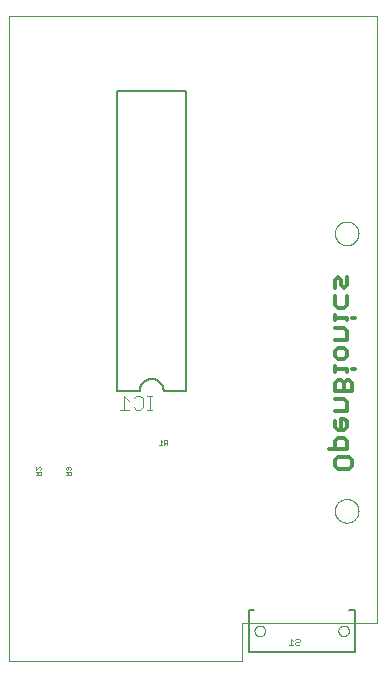
<source format=gbo>
G75*
%MOIN*%
%OFA0B0*%
%FSLAX25Y25*%
%IPPOS*%
%LPD*%
%AMOC8*
5,1,8,0,0,1.08239X$1,22.5*
%
%ADD10C,0.00000*%
%ADD11C,0.01300*%
%ADD12C,0.00100*%
%ADD13C,0.00600*%
%ADD14C,0.00400*%
%ADD15C,0.00800*%
%ADD16C,0.00200*%
D10*
X0002200Y0006014D02*
X0079700Y0006014D01*
X0079700Y0018514D01*
X0124700Y0018514D01*
X0124700Y0221014D01*
X0124651Y0220974D02*
X0002200Y0220974D01*
X0002200Y0006014D01*
X0083952Y0016014D02*
X0083954Y0016098D01*
X0083960Y0016181D01*
X0083970Y0016264D01*
X0083984Y0016347D01*
X0084001Y0016429D01*
X0084023Y0016510D01*
X0084048Y0016589D01*
X0084077Y0016668D01*
X0084110Y0016745D01*
X0084146Y0016820D01*
X0084186Y0016894D01*
X0084229Y0016966D01*
X0084276Y0017035D01*
X0084326Y0017102D01*
X0084379Y0017167D01*
X0084435Y0017229D01*
X0084493Y0017289D01*
X0084555Y0017346D01*
X0084619Y0017399D01*
X0084686Y0017450D01*
X0084755Y0017497D01*
X0084826Y0017542D01*
X0084899Y0017582D01*
X0084974Y0017619D01*
X0085051Y0017653D01*
X0085129Y0017683D01*
X0085208Y0017709D01*
X0085289Y0017732D01*
X0085371Y0017750D01*
X0085453Y0017765D01*
X0085536Y0017776D01*
X0085619Y0017783D01*
X0085703Y0017786D01*
X0085787Y0017785D01*
X0085870Y0017780D01*
X0085954Y0017771D01*
X0086036Y0017758D01*
X0086118Y0017742D01*
X0086199Y0017721D01*
X0086280Y0017697D01*
X0086358Y0017669D01*
X0086436Y0017637D01*
X0086512Y0017601D01*
X0086586Y0017562D01*
X0086658Y0017520D01*
X0086728Y0017474D01*
X0086796Y0017425D01*
X0086861Y0017373D01*
X0086924Y0017318D01*
X0086984Y0017260D01*
X0087042Y0017199D01*
X0087096Y0017135D01*
X0087148Y0017069D01*
X0087196Y0017001D01*
X0087241Y0016930D01*
X0087282Y0016857D01*
X0087321Y0016783D01*
X0087355Y0016707D01*
X0087386Y0016629D01*
X0087413Y0016550D01*
X0087437Y0016469D01*
X0087456Y0016388D01*
X0087472Y0016306D01*
X0087484Y0016223D01*
X0087492Y0016139D01*
X0087496Y0016056D01*
X0087496Y0015972D01*
X0087492Y0015889D01*
X0087484Y0015805D01*
X0087472Y0015722D01*
X0087456Y0015640D01*
X0087437Y0015559D01*
X0087413Y0015478D01*
X0087386Y0015399D01*
X0087355Y0015321D01*
X0087321Y0015245D01*
X0087282Y0015171D01*
X0087241Y0015098D01*
X0087196Y0015027D01*
X0087148Y0014959D01*
X0087096Y0014893D01*
X0087042Y0014829D01*
X0086984Y0014768D01*
X0086924Y0014710D01*
X0086861Y0014655D01*
X0086796Y0014603D01*
X0086728Y0014554D01*
X0086658Y0014508D01*
X0086586Y0014466D01*
X0086512Y0014427D01*
X0086436Y0014391D01*
X0086358Y0014359D01*
X0086280Y0014331D01*
X0086199Y0014307D01*
X0086118Y0014286D01*
X0086036Y0014270D01*
X0085954Y0014257D01*
X0085870Y0014248D01*
X0085787Y0014243D01*
X0085703Y0014242D01*
X0085619Y0014245D01*
X0085536Y0014252D01*
X0085453Y0014263D01*
X0085371Y0014278D01*
X0085289Y0014296D01*
X0085208Y0014319D01*
X0085129Y0014345D01*
X0085051Y0014375D01*
X0084974Y0014409D01*
X0084899Y0014446D01*
X0084826Y0014486D01*
X0084755Y0014531D01*
X0084686Y0014578D01*
X0084619Y0014629D01*
X0084555Y0014682D01*
X0084493Y0014739D01*
X0084435Y0014799D01*
X0084379Y0014861D01*
X0084326Y0014926D01*
X0084276Y0014993D01*
X0084229Y0015062D01*
X0084186Y0015134D01*
X0084146Y0015208D01*
X0084110Y0015283D01*
X0084077Y0015360D01*
X0084048Y0015439D01*
X0084023Y0015518D01*
X0084001Y0015599D01*
X0083984Y0015681D01*
X0083970Y0015764D01*
X0083960Y0015847D01*
X0083954Y0015930D01*
X0083952Y0016014D01*
X0111904Y0016014D02*
X0111906Y0016098D01*
X0111912Y0016181D01*
X0111922Y0016264D01*
X0111936Y0016347D01*
X0111953Y0016429D01*
X0111975Y0016510D01*
X0112000Y0016589D01*
X0112029Y0016668D01*
X0112062Y0016745D01*
X0112098Y0016820D01*
X0112138Y0016894D01*
X0112181Y0016966D01*
X0112228Y0017035D01*
X0112278Y0017102D01*
X0112331Y0017167D01*
X0112387Y0017229D01*
X0112445Y0017289D01*
X0112507Y0017346D01*
X0112571Y0017399D01*
X0112638Y0017450D01*
X0112707Y0017497D01*
X0112778Y0017542D01*
X0112851Y0017582D01*
X0112926Y0017619D01*
X0113003Y0017653D01*
X0113081Y0017683D01*
X0113160Y0017709D01*
X0113241Y0017732D01*
X0113323Y0017750D01*
X0113405Y0017765D01*
X0113488Y0017776D01*
X0113571Y0017783D01*
X0113655Y0017786D01*
X0113739Y0017785D01*
X0113822Y0017780D01*
X0113906Y0017771D01*
X0113988Y0017758D01*
X0114070Y0017742D01*
X0114151Y0017721D01*
X0114232Y0017697D01*
X0114310Y0017669D01*
X0114388Y0017637D01*
X0114464Y0017601D01*
X0114538Y0017562D01*
X0114610Y0017520D01*
X0114680Y0017474D01*
X0114748Y0017425D01*
X0114813Y0017373D01*
X0114876Y0017318D01*
X0114936Y0017260D01*
X0114994Y0017199D01*
X0115048Y0017135D01*
X0115100Y0017069D01*
X0115148Y0017001D01*
X0115193Y0016930D01*
X0115234Y0016857D01*
X0115273Y0016783D01*
X0115307Y0016707D01*
X0115338Y0016629D01*
X0115365Y0016550D01*
X0115389Y0016469D01*
X0115408Y0016388D01*
X0115424Y0016306D01*
X0115436Y0016223D01*
X0115444Y0016139D01*
X0115448Y0016056D01*
X0115448Y0015972D01*
X0115444Y0015889D01*
X0115436Y0015805D01*
X0115424Y0015722D01*
X0115408Y0015640D01*
X0115389Y0015559D01*
X0115365Y0015478D01*
X0115338Y0015399D01*
X0115307Y0015321D01*
X0115273Y0015245D01*
X0115234Y0015171D01*
X0115193Y0015098D01*
X0115148Y0015027D01*
X0115100Y0014959D01*
X0115048Y0014893D01*
X0114994Y0014829D01*
X0114936Y0014768D01*
X0114876Y0014710D01*
X0114813Y0014655D01*
X0114748Y0014603D01*
X0114680Y0014554D01*
X0114610Y0014508D01*
X0114538Y0014466D01*
X0114464Y0014427D01*
X0114388Y0014391D01*
X0114310Y0014359D01*
X0114232Y0014331D01*
X0114151Y0014307D01*
X0114070Y0014286D01*
X0113988Y0014270D01*
X0113906Y0014257D01*
X0113822Y0014248D01*
X0113739Y0014243D01*
X0113655Y0014242D01*
X0113571Y0014245D01*
X0113488Y0014252D01*
X0113405Y0014263D01*
X0113323Y0014278D01*
X0113241Y0014296D01*
X0113160Y0014319D01*
X0113081Y0014345D01*
X0113003Y0014375D01*
X0112926Y0014409D01*
X0112851Y0014446D01*
X0112778Y0014486D01*
X0112707Y0014531D01*
X0112638Y0014578D01*
X0112571Y0014629D01*
X0112507Y0014682D01*
X0112445Y0014739D01*
X0112387Y0014799D01*
X0112331Y0014861D01*
X0112278Y0014926D01*
X0112228Y0014993D01*
X0112181Y0015062D01*
X0112138Y0015134D01*
X0112098Y0015208D01*
X0112062Y0015283D01*
X0112029Y0015360D01*
X0112000Y0015439D01*
X0111975Y0015518D01*
X0111953Y0015599D01*
X0111936Y0015681D01*
X0111922Y0015764D01*
X0111912Y0015847D01*
X0111906Y0015930D01*
X0111904Y0016014D01*
X0110763Y0056014D02*
X0110765Y0056139D01*
X0110771Y0056264D01*
X0110781Y0056388D01*
X0110795Y0056512D01*
X0110812Y0056636D01*
X0110834Y0056759D01*
X0110860Y0056881D01*
X0110889Y0057003D01*
X0110922Y0057123D01*
X0110960Y0057242D01*
X0111000Y0057361D01*
X0111045Y0057477D01*
X0111093Y0057592D01*
X0111145Y0057706D01*
X0111201Y0057818D01*
X0111260Y0057928D01*
X0111322Y0058036D01*
X0111388Y0058143D01*
X0111457Y0058247D01*
X0111530Y0058348D01*
X0111605Y0058448D01*
X0111684Y0058545D01*
X0111766Y0058639D01*
X0111851Y0058731D01*
X0111938Y0058820D01*
X0112029Y0058906D01*
X0112122Y0058989D01*
X0112218Y0059070D01*
X0112316Y0059147D01*
X0112416Y0059221D01*
X0112519Y0059292D01*
X0112624Y0059359D01*
X0112732Y0059424D01*
X0112841Y0059484D01*
X0112952Y0059542D01*
X0113065Y0059595D01*
X0113179Y0059645D01*
X0113295Y0059692D01*
X0113412Y0059734D01*
X0113531Y0059773D01*
X0113651Y0059809D01*
X0113772Y0059840D01*
X0113894Y0059868D01*
X0114016Y0059891D01*
X0114140Y0059911D01*
X0114264Y0059927D01*
X0114388Y0059939D01*
X0114513Y0059947D01*
X0114638Y0059951D01*
X0114762Y0059951D01*
X0114887Y0059947D01*
X0115012Y0059939D01*
X0115136Y0059927D01*
X0115260Y0059911D01*
X0115384Y0059891D01*
X0115506Y0059868D01*
X0115628Y0059840D01*
X0115749Y0059809D01*
X0115869Y0059773D01*
X0115988Y0059734D01*
X0116105Y0059692D01*
X0116221Y0059645D01*
X0116335Y0059595D01*
X0116448Y0059542D01*
X0116559Y0059484D01*
X0116669Y0059424D01*
X0116776Y0059359D01*
X0116881Y0059292D01*
X0116984Y0059221D01*
X0117084Y0059147D01*
X0117182Y0059070D01*
X0117278Y0058989D01*
X0117371Y0058906D01*
X0117462Y0058820D01*
X0117549Y0058731D01*
X0117634Y0058639D01*
X0117716Y0058545D01*
X0117795Y0058448D01*
X0117870Y0058348D01*
X0117943Y0058247D01*
X0118012Y0058143D01*
X0118078Y0058036D01*
X0118140Y0057928D01*
X0118199Y0057818D01*
X0118255Y0057706D01*
X0118307Y0057592D01*
X0118355Y0057477D01*
X0118400Y0057361D01*
X0118440Y0057242D01*
X0118478Y0057123D01*
X0118511Y0057003D01*
X0118540Y0056881D01*
X0118566Y0056759D01*
X0118588Y0056636D01*
X0118605Y0056512D01*
X0118619Y0056388D01*
X0118629Y0056264D01*
X0118635Y0056139D01*
X0118637Y0056014D01*
X0118635Y0055889D01*
X0118629Y0055764D01*
X0118619Y0055640D01*
X0118605Y0055516D01*
X0118588Y0055392D01*
X0118566Y0055269D01*
X0118540Y0055147D01*
X0118511Y0055025D01*
X0118478Y0054905D01*
X0118440Y0054786D01*
X0118400Y0054667D01*
X0118355Y0054551D01*
X0118307Y0054436D01*
X0118255Y0054322D01*
X0118199Y0054210D01*
X0118140Y0054100D01*
X0118078Y0053992D01*
X0118012Y0053885D01*
X0117943Y0053781D01*
X0117870Y0053680D01*
X0117795Y0053580D01*
X0117716Y0053483D01*
X0117634Y0053389D01*
X0117549Y0053297D01*
X0117462Y0053208D01*
X0117371Y0053122D01*
X0117278Y0053039D01*
X0117182Y0052958D01*
X0117084Y0052881D01*
X0116984Y0052807D01*
X0116881Y0052736D01*
X0116776Y0052669D01*
X0116668Y0052604D01*
X0116559Y0052544D01*
X0116448Y0052486D01*
X0116335Y0052433D01*
X0116221Y0052383D01*
X0116105Y0052336D01*
X0115988Y0052294D01*
X0115869Y0052255D01*
X0115749Y0052219D01*
X0115628Y0052188D01*
X0115506Y0052160D01*
X0115384Y0052137D01*
X0115260Y0052117D01*
X0115136Y0052101D01*
X0115012Y0052089D01*
X0114887Y0052081D01*
X0114762Y0052077D01*
X0114638Y0052077D01*
X0114513Y0052081D01*
X0114388Y0052089D01*
X0114264Y0052101D01*
X0114140Y0052117D01*
X0114016Y0052137D01*
X0113894Y0052160D01*
X0113772Y0052188D01*
X0113651Y0052219D01*
X0113531Y0052255D01*
X0113412Y0052294D01*
X0113295Y0052336D01*
X0113179Y0052383D01*
X0113065Y0052433D01*
X0112952Y0052486D01*
X0112841Y0052544D01*
X0112731Y0052604D01*
X0112624Y0052669D01*
X0112519Y0052736D01*
X0112416Y0052807D01*
X0112316Y0052881D01*
X0112218Y0052958D01*
X0112122Y0053039D01*
X0112029Y0053122D01*
X0111938Y0053208D01*
X0111851Y0053297D01*
X0111766Y0053389D01*
X0111684Y0053483D01*
X0111605Y0053580D01*
X0111530Y0053680D01*
X0111457Y0053781D01*
X0111388Y0053885D01*
X0111322Y0053992D01*
X0111260Y0054100D01*
X0111201Y0054210D01*
X0111145Y0054322D01*
X0111093Y0054436D01*
X0111045Y0054551D01*
X0111000Y0054667D01*
X0110960Y0054786D01*
X0110922Y0054905D01*
X0110889Y0055025D01*
X0110860Y0055147D01*
X0110834Y0055269D01*
X0110812Y0055392D01*
X0110795Y0055516D01*
X0110781Y0055640D01*
X0110771Y0055764D01*
X0110765Y0055889D01*
X0110763Y0056014D01*
X0110763Y0148514D02*
X0110765Y0148639D01*
X0110771Y0148764D01*
X0110781Y0148888D01*
X0110795Y0149012D01*
X0110812Y0149136D01*
X0110834Y0149259D01*
X0110860Y0149381D01*
X0110889Y0149503D01*
X0110922Y0149623D01*
X0110960Y0149742D01*
X0111000Y0149861D01*
X0111045Y0149977D01*
X0111093Y0150092D01*
X0111145Y0150206D01*
X0111201Y0150318D01*
X0111260Y0150428D01*
X0111322Y0150536D01*
X0111388Y0150643D01*
X0111457Y0150747D01*
X0111530Y0150848D01*
X0111605Y0150948D01*
X0111684Y0151045D01*
X0111766Y0151139D01*
X0111851Y0151231D01*
X0111938Y0151320D01*
X0112029Y0151406D01*
X0112122Y0151489D01*
X0112218Y0151570D01*
X0112316Y0151647D01*
X0112416Y0151721D01*
X0112519Y0151792D01*
X0112624Y0151859D01*
X0112732Y0151924D01*
X0112841Y0151984D01*
X0112952Y0152042D01*
X0113065Y0152095D01*
X0113179Y0152145D01*
X0113295Y0152192D01*
X0113412Y0152234D01*
X0113531Y0152273D01*
X0113651Y0152309D01*
X0113772Y0152340D01*
X0113894Y0152368D01*
X0114016Y0152391D01*
X0114140Y0152411D01*
X0114264Y0152427D01*
X0114388Y0152439D01*
X0114513Y0152447D01*
X0114638Y0152451D01*
X0114762Y0152451D01*
X0114887Y0152447D01*
X0115012Y0152439D01*
X0115136Y0152427D01*
X0115260Y0152411D01*
X0115384Y0152391D01*
X0115506Y0152368D01*
X0115628Y0152340D01*
X0115749Y0152309D01*
X0115869Y0152273D01*
X0115988Y0152234D01*
X0116105Y0152192D01*
X0116221Y0152145D01*
X0116335Y0152095D01*
X0116448Y0152042D01*
X0116559Y0151984D01*
X0116669Y0151924D01*
X0116776Y0151859D01*
X0116881Y0151792D01*
X0116984Y0151721D01*
X0117084Y0151647D01*
X0117182Y0151570D01*
X0117278Y0151489D01*
X0117371Y0151406D01*
X0117462Y0151320D01*
X0117549Y0151231D01*
X0117634Y0151139D01*
X0117716Y0151045D01*
X0117795Y0150948D01*
X0117870Y0150848D01*
X0117943Y0150747D01*
X0118012Y0150643D01*
X0118078Y0150536D01*
X0118140Y0150428D01*
X0118199Y0150318D01*
X0118255Y0150206D01*
X0118307Y0150092D01*
X0118355Y0149977D01*
X0118400Y0149861D01*
X0118440Y0149742D01*
X0118478Y0149623D01*
X0118511Y0149503D01*
X0118540Y0149381D01*
X0118566Y0149259D01*
X0118588Y0149136D01*
X0118605Y0149012D01*
X0118619Y0148888D01*
X0118629Y0148764D01*
X0118635Y0148639D01*
X0118637Y0148514D01*
X0118635Y0148389D01*
X0118629Y0148264D01*
X0118619Y0148140D01*
X0118605Y0148016D01*
X0118588Y0147892D01*
X0118566Y0147769D01*
X0118540Y0147647D01*
X0118511Y0147525D01*
X0118478Y0147405D01*
X0118440Y0147286D01*
X0118400Y0147167D01*
X0118355Y0147051D01*
X0118307Y0146936D01*
X0118255Y0146822D01*
X0118199Y0146710D01*
X0118140Y0146600D01*
X0118078Y0146492D01*
X0118012Y0146385D01*
X0117943Y0146281D01*
X0117870Y0146180D01*
X0117795Y0146080D01*
X0117716Y0145983D01*
X0117634Y0145889D01*
X0117549Y0145797D01*
X0117462Y0145708D01*
X0117371Y0145622D01*
X0117278Y0145539D01*
X0117182Y0145458D01*
X0117084Y0145381D01*
X0116984Y0145307D01*
X0116881Y0145236D01*
X0116776Y0145169D01*
X0116668Y0145104D01*
X0116559Y0145044D01*
X0116448Y0144986D01*
X0116335Y0144933D01*
X0116221Y0144883D01*
X0116105Y0144836D01*
X0115988Y0144794D01*
X0115869Y0144755D01*
X0115749Y0144719D01*
X0115628Y0144688D01*
X0115506Y0144660D01*
X0115384Y0144637D01*
X0115260Y0144617D01*
X0115136Y0144601D01*
X0115012Y0144589D01*
X0114887Y0144581D01*
X0114762Y0144577D01*
X0114638Y0144577D01*
X0114513Y0144581D01*
X0114388Y0144589D01*
X0114264Y0144601D01*
X0114140Y0144617D01*
X0114016Y0144637D01*
X0113894Y0144660D01*
X0113772Y0144688D01*
X0113651Y0144719D01*
X0113531Y0144755D01*
X0113412Y0144794D01*
X0113295Y0144836D01*
X0113179Y0144883D01*
X0113065Y0144933D01*
X0112952Y0144986D01*
X0112841Y0145044D01*
X0112731Y0145104D01*
X0112624Y0145169D01*
X0112519Y0145236D01*
X0112416Y0145307D01*
X0112316Y0145381D01*
X0112218Y0145458D01*
X0112122Y0145539D01*
X0112029Y0145622D01*
X0111938Y0145708D01*
X0111851Y0145797D01*
X0111766Y0145889D01*
X0111684Y0145983D01*
X0111605Y0146080D01*
X0111530Y0146180D01*
X0111457Y0146281D01*
X0111388Y0146385D01*
X0111322Y0146492D01*
X0111260Y0146600D01*
X0111201Y0146710D01*
X0111145Y0146822D01*
X0111093Y0146936D01*
X0111045Y0147051D01*
X0111000Y0147167D01*
X0110960Y0147286D01*
X0110922Y0147405D01*
X0110889Y0147525D01*
X0110860Y0147647D01*
X0110834Y0147769D01*
X0110812Y0147892D01*
X0110795Y0148016D01*
X0110781Y0148140D01*
X0110771Y0148264D01*
X0110765Y0148389D01*
X0110763Y0148514D01*
D11*
X0111801Y0134021D02*
X0110850Y0133071D01*
X0110850Y0130218D01*
X0112752Y0131169D02*
X0112752Y0133071D01*
X0111801Y0134021D01*
X0114653Y0134021D02*
X0114653Y0131169D01*
X0113702Y0130218D01*
X0112752Y0131169D01*
X0114653Y0127576D02*
X0114653Y0124723D01*
X0113702Y0123773D01*
X0111801Y0123773D01*
X0110850Y0124723D01*
X0110850Y0127576D01*
X0110850Y0121377D02*
X0110850Y0119476D01*
X0110850Y0120426D02*
X0114653Y0120426D01*
X0114653Y0119476D01*
X0113702Y0116833D02*
X0110850Y0116833D01*
X0113702Y0116833D02*
X0114653Y0115883D01*
X0114653Y0113030D01*
X0110850Y0113030D01*
X0111801Y0110388D02*
X0113702Y0110388D01*
X0114653Y0109437D01*
X0114653Y0107535D01*
X0113702Y0106585D01*
X0111801Y0106585D01*
X0110850Y0107535D01*
X0110850Y0109437D01*
X0111801Y0110388D01*
X0110850Y0104189D02*
X0110850Y0102288D01*
X0110850Y0103238D02*
X0114653Y0103238D01*
X0114653Y0102288D01*
X0114653Y0099645D02*
X0113702Y0098695D01*
X0113702Y0095842D01*
X0113702Y0093200D02*
X0110850Y0093200D01*
X0110850Y0095842D02*
X0110850Y0098695D01*
X0111801Y0099645D01*
X0112752Y0099645D01*
X0113702Y0098695D01*
X0114653Y0099645D02*
X0115604Y0099645D01*
X0116555Y0098695D01*
X0116555Y0095842D01*
X0110850Y0095842D01*
X0113702Y0093200D02*
X0114653Y0092249D01*
X0114653Y0089397D01*
X0110850Y0089397D01*
X0112752Y0086754D02*
X0112752Y0082951D01*
X0113702Y0082951D02*
X0111801Y0082951D01*
X0110850Y0083902D01*
X0110850Y0085804D01*
X0112752Y0086754D02*
X0113702Y0086754D01*
X0114653Y0085804D01*
X0114653Y0083902D01*
X0113702Y0082951D01*
X0113702Y0080309D02*
X0111801Y0080309D01*
X0110850Y0079358D01*
X0110850Y0076506D01*
X0108948Y0076506D02*
X0114653Y0076506D01*
X0114653Y0079358D01*
X0113702Y0080309D01*
X0111801Y0073863D02*
X0110850Y0072913D01*
X0110850Y0071011D01*
X0111801Y0070060D01*
X0115604Y0070060D01*
X0116555Y0071011D01*
X0116555Y0072913D01*
X0115604Y0073863D01*
X0111801Y0073863D01*
X0116555Y0103238D02*
X0117506Y0103238D01*
X0117506Y0120426D02*
X0116555Y0120426D01*
D12*
X0054650Y0079565D02*
X0054650Y0078064D01*
X0054650Y0078564D02*
X0053899Y0078564D01*
X0053649Y0078814D01*
X0053649Y0079315D01*
X0053899Y0079565D01*
X0054650Y0079565D01*
X0054150Y0078564D02*
X0053649Y0078064D01*
X0053177Y0078064D02*
X0052176Y0078064D01*
X0052676Y0078064D02*
X0052676Y0079565D01*
X0053177Y0079065D01*
X0022651Y0070341D02*
X0022401Y0070591D01*
X0022151Y0070591D01*
X0021901Y0070341D01*
X0021650Y0070591D01*
X0021400Y0070591D01*
X0021150Y0070341D01*
X0021150Y0069841D01*
X0021400Y0069591D01*
X0021150Y0069118D02*
X0021650Y0068618D01*
X0021650Y0068868D02*
X0021650Y0068117D01*
X0021150Y0068117D02*
X0022651Y0068117D01*
X0022651Y0068868D01*
X0022401Y0069118D01*
X0021901Y0069118D01*
X0021650Y0068868D01*
X0022401Y0069591D02*
X0022651Y0069841D01*
X0022651Y0070341D01*
X0021901Y0070341D02*
X0021901Y0070091D01*
X0012651Y0070341D02*
X0012651Y0069841D01*
X0012401Y0069591D01*
X0012401Y0069118D02*
X0011901Y0069118D01*
X0011650Y0068868D01*
X0011650Y0068117D01*
X0011150Y0068117D02*
X0012651Y0068117D01*
X0012651Y0068868D01*
X0012401Y0069118D01*
X0011650Y0068618D02*
X0011150Y0069118D01*
X0011150Y0069591D02*
X0012151Y0070591D01*
X0012401Y0070591D01*
X0012651Y0070341D01*
X0011150Y0070591D02*
X0011150Y0069591D01*
D13*
X0038200Y0096014D02*
X0045700Y0096014D01*
X0045702Y0096140D01*
X0045708Y0096265D01*
X0045718Y0096390D01*
X0045732Y0096515D01*
X0045749Y0096640D01*
X0045771Y0096764D01*
X0045796Y0096887D01*
X0045826Y0097009D01*
X0045859Y0097130D01*
X0045896Y0097250D01*
X0045936Y0097369D01*
X0045981Y0097486D01*
X0046029Y0097603D01*
X0046081Y0097717D01*
X0046136Y0097830D01*
X0046195Y0097941D01*
X0046257Y0098050D01*
X0046323Y0098157D01*
X0046392Y0098262D01*
X0046464Y0098365D01*
X0046539Y0098466D01*
X0046618Y0098564D01*
X0046700Y0098659D01*
X0046784Y0098752D01*
X0046872Y0098842D01*
X0046962Y0098930D01*
X0047055Y0099014D01*
X0047150Y0099096D01*
X0047248Y0099175D01*
X0047349Y0099250D01*
X0047452Y0099322D01*
X0047557Y0099391D01*
X0047664Y0099457D01*
X0047773Y0099519D01*
X0047884Y0099578D01*
X0047997Y0099633D01*
X0048111Y0099685D01*
X0048228Y0099733D01*
X0048345Y0099778D01*
X0048464Y0099818D01*
X0048584Y0099855D01*
X0048705Y0099888D01*
X0048827Y0099918D01*
X0048950Y0099943D01*
X0049074Y0099965D01*
X0049199Y0099982D01*
X0049324Y0099996D01*
X0049449Y0100006D01*
X0049574Y0100012D01*
X0049700Y0100014D01*
X0049826Y0100012D01*
X0049951Y0100006D01*
X0050076Y0099996D01*
X0050201Y0099982D01*
X0050326Y0099965D01*
X0050450Y0099943D01*
X0050573Y0099918D01*
X0050695Y0099888D01*
X0050816Y0099855D01*
X0050936Y0099818D01*
X0051055Y0099778D01*
X0051172Y0099733D01*
X0051289Y0099685D01*
X0051403Y0099633D01*
X0051516Y0099578D01*
X0051627Y0099519D01*
X0051736Y0099457D01*
X0051843Y0099391D01*
X0051948Y0099322D01*
X0052051Y0099250D01*
X0052152Y0099175D01*
X0052250Y0099096D01*
X0052345Y0099014D01*
X0052438Y0098930D01*
X0052528Y0098842D01*
X0052616Y0098752D01*
X0052700Y0098659D01*
X0052782Y0098564D01*
X0052861Y0098466D01*
X0052936Y0098365D01*
X0053008Y0098262D01*
X0053077Y0098157D01*
X0053143Y0098050D01*
X0053205Y0097941D01*
X0053264Y0097830D01*
X0053319Y0097717D01*
X0053371Y0097603D01*
X0053419Y0097486D01*
X0053464Y0097369D01*
X0053504Y0097250D01*
X0053541Y0097130D01*
X0053574Y0097009D01*
X0053604Y0096887D01*
X0053629Y0096764D01*
X0053651Y0096640D01*
X0053668Y0096515D01*
X0053682Y0096390D01*
X0053692Y0096265D01*
X0053698Y0096140D01*
X0053700Y0096014D01*
X0061200Y0096014D01*
X0061200Y0196014D01*
X0038200Y0196014D01*
X0038200Y0096014D01*
D14*
X0040569Y0094318D02*
X0040569Y0089714D01*
X0039035Y0089714D02*
X0042104Y0089714D01*
X0043639Y0090481D02*
X0044406Y0089714D01*
X0045941Y0089714D01*
X0046708Y0090481D01*
X0046708Y0093550D01*
X0045941Y0094318D01*
X0044406Y0094318D01*
X0043639Y0093550D01*
X0042104Y0092783D02*
X0040569Y0094318D01*
X0048243Y0094318D02*
X0049777Y0094318D01*
X0049010Y0094318D02*
X0049010Y0089714D01*
X0049777Y0089714D02*
X0048243Y0089714D01*
D15*
X0081983Y0022904D02*
X0081983Y0009124D01*
X0117417Y0009124D01*
X0117417Y0022904D01*
X0115448Y0022904D01*
X0083952Y0022904D02*
X0081983Y0022904D01*
D16*
X0095342Y0011214D02*
X0096810Y0011214D01*
X0096076Y0011214D02*
X0096076Y0013416D01*
X0096810Y0012682D01*
X0097552Y0013049D02*
X0097919Y0013416D01*
X0098653Y0013416D01*
X0099020Y0013049D01*
X0099020Y0012682D01*
X0098653Y0012315D01*
X0097919Y0012315D01*
X0097552Y0011948D01*
X0097552Y0011581D01*
X0097919Y0011214D01*
X0098653Y0011214D01*
X0099020Y0011581D01*
M02*

</source>
